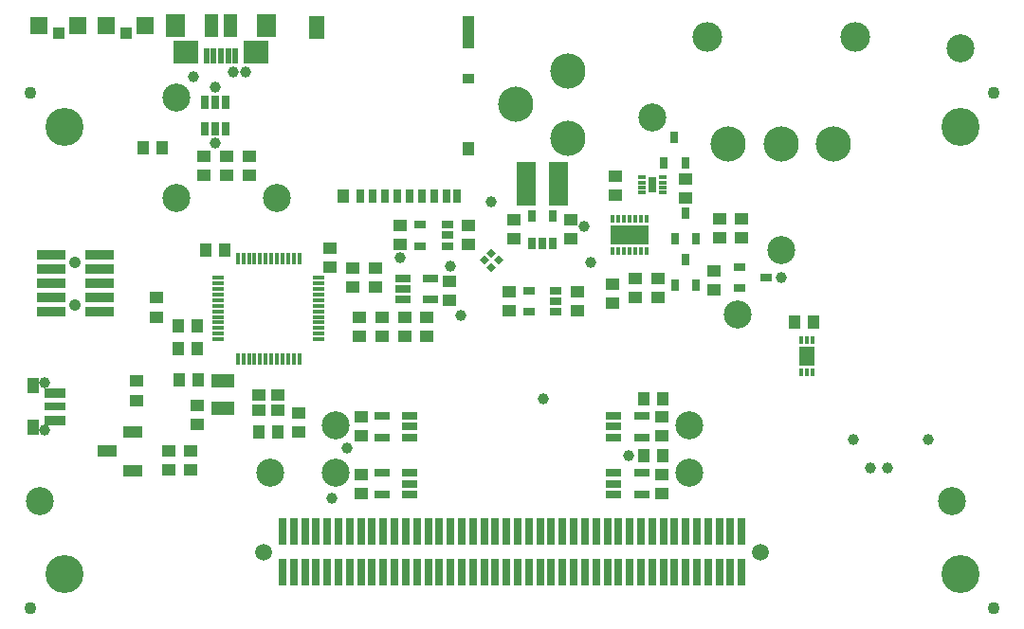
<source format=gts>
G75*
G70*
%OFA0B0*%
%FSLAX24Y24*%
%IPPOS*%
%LPD*%
%AMOC8*
5,1,8,0,0,1.08239X$1,22.5*
%
%ADD10R,0.0552X0.0257*%
%ADD11R,0.0119X0.0434*%
%ADD12R,0.0434X0.0119*%
%ADD13R,0.0473X0.0434*%
%ADD14R,0.0434X0.0473*%
%ADD15R,0.0631X0.0631*%
%ADD16R,0.0394X0.0394*%
%ADD17R,0.0788X0.0473*%
%ADD18R,0.0512X0.0434*%
%ADD19C,0.0985*%
%ADD20R,0.0197X0.0571*%
%ADD21R,0.0670X0.0788*%
%ADD22R,0.0867X0.0827*%
%ADD23R,0.0512X0.0788*%
%ADD24R,0.0316X0.0512*%
%ADD25R,0.0434X0.0512*%
%ADD26R,0.0434X0.0355*%
%ADD27R,0.0434X0.1142*%
%ADD28R,0.0552X0.0788*%
%ADD29R,0.0316X0.0138*%
%ADD30R,0.0292X0.0579*%
%ADD31R,0.0138X0.0316*%
%ADD32R,0.1339X0.0709*%
%ADD33R,0.0434X0.0257*%
%ADD34R,0.0233X0.0233*%
%ADD35R,0.0257X0.0434*%
%ADD36R,0.0571X0.0690*%
%ADD37R,0.0276X0.0512*%
%ADD38R,0.1040X0.0340*%
%ADD39C,0.0410*%
%ADD40C,0.1339*%
%ADD41R,0.0670X0.1575*%
%ADD42C,0.1240*%
%ADD43C,0.1045*%
%ADD44C,0.0434*%
%ADD45R,0.0276X0.0946*%
%ADD46C,0.0591*%
%ADD47R,0.0749X0.0335*%
%ADD48R,0.0749X0.0276*%
%ADD49R,0.0394X0.0552*%
%ADD50C,0.0394*%
%ADD51R,0.0670X0.0434*%
D10*
X013741Y004943D03*
X013741Y005691D03*
X014725Y005691D03*
X014725Y005317D03*
X014725Y004943D03*
X014725Y006951D03*
X014725Y007325D03*
X014725Y007699D03*
X013741Y007699D03*
X013741Y006951D03*
X014489Y011794D03*
X014489Y012168D03*
X014489Y012542D03*
X015473Y012542D03*
X015473Y011794D03*
X021891Y007699D03*
X021891Y007325D03*
X021891Y006951D03*
X022875Y006951D03*
X022875Y007699D03*
X022875Y005691D03*
X022875Y004943D03*
X021891Y004943D03*
X021891Y005317D03*
X021891Y005691D03*
D11*
X010847Y009707D03*
X010650Y009707D03*
X010454Y009707D03*
X010257Y009707D03*
X010060Y009707D03*
X009863Y009707D03*
X009666Y009707D03*
X009469Y009707D03*
X009272Y009707D03*
X009076Y009707D03*
X008879Y009707D03*
X008682Y009707D03*
X008682Y013251D03*
X008879Y013251D03*
X009076Y013251D03*
X009272Y013251D03*
X009469Y013251D03*
X009666Y013251D03*
X009863Y013251D03*
X010060Y013251D03*
X010257Y013251D03*
X010454Y013251D03*
X010650Y013251D03*
X010847Y013251D03*
D12*
X011536Y012562D03*
X011536Y012365D03*
X011536Y012168D03*
X011536Y011971D03*
X011536Y011774D03*
X011536Y011577D03*
X011536Y011380D03*
X011536Y011184D03*
X011536Y010987D03*
X011536Y010790D03*
X011536Y010593D03*
X011536Y010396D03*
X007993Y010396D03*
X007993Y010593D03*
X007993Y010790D03*
X007993Y010987D03*
X007993Y011184D03*
X007993Y011380D03*
X007993Y011577D03*
X007993Y011774D03*
X007993Y011971D03*
X007993Y012168D03*
X007993Y012365D03*
X007993Y012562D03*
D13*
X005808Y011853D03*
X005808Y011184D03*
X005139Y008920D03*
X005139Y008251D03*
X007245Y008073D03*
X007245Y007404D03*
X007028Y006479D03*
X007028Y005810D03*
X006241Y005810D03*
X006241Y006479D03*
X010828Y007148D03*
X010828Y007817D03*
X013013Y007660D03*
X013013Y006991D03*
X013013Y005652D03*
X013013Y004983D03*
X012973Y010495D03*
X012973Y011164D03*
X013761Y011164D03*
X014548Y011164D03*
X015335Y011164D03*
X016123Y011754D03*
X016123Y012424D03*
X016792Y013723D03*
X016792Y014392D03*
X018406Y014589D03*
X018406Y013920D03*
X020375Y013920D03*
X020375Y014589D03*
X021969Y015475D03*
X021969Y016144D03*
X024430Y016046D03*
X024430Y015377D03*
X025611Y014629D03*
X025611Y013959D03*
X026398Y013959D03*
X026398Y014629D03*
X025414Y012798D03*
X025414Y012129D03*
X023446Y011873D03*
X022658Y011873D03*
X021871Y011676D03*
X021871Y012345D03*
X022658Y012542D03*
X023446Y012542D03*
X020611Y012069D03*
X020611Y011400D03*
X018209Y011400D03*
X018209Y012069D03*
X015335Y010495D03*
X014548Y010495D03*
X013761Y010495D03*
X013524Y012227D03*
X012737Y012227D03*
X012737Y012896D03*
X013524Y012896D03*
X014391Y013723D03*
X014391Y014392D03*
X011910Y013605D03*
X011910Y012936D03*
X009076Y016164D03*
X009076Y016833D03*
X008288Y016833D03*
X007501Y016833D03*
X007501Y016164D03*
X008288Y016164D03*
X023603Y007660D03*
X023603Y006991D03*
X023603Y005652D03*
X023603Y004983D03*
D14*
X023623Y006302D03*
X022954Y006302D03*
X022954Y008310D03*
X023623Y008310D03*
X028249Y010987D03*
X028918Y010987D03*
X010080Y007148D03*
X009410Y007148D03*
X007304Y008959D03*
X006635Y008959D03*
X006576Y010081D03*
X007245Y010081D03*
X007245Y010869D03*
X006576Y010869D03*
X007560Y013546D03*
X008229Y013546D03*
X006024Y017129D03*
X005355Y017129D03*
D15*
X005434Y021420D03*
X004056Y021420D03*
X003072Y021420D03*
X001694Y021420D03*
D16*
X002383Y021164D03*
X004745Y021164D03*
D17*
X008150Y008940D03*
X008150Y007955D03*
D18*
X009410Y007916D03*
X010080Y007916D03*
X010080Y008428D03*
X009410Y008428D03*
D19*
X012107Y007365D03*
X012107Y005711D03*
X009824Y005711D03*
X001713Y004688D03*
X006517Y015357D03*
X010060Y015357D03*
X006517Y018900D03*
X023249Y018211D03*
X027776Y013546D03*
X026241Y011262D03*
X024548Y007365D03*
X024548Y005711D03*
X033800Y004688D03*
X034076Y020632D03*
D20*
X008603Y020367D03*
X008347Y020367D03*
X008091Y020367D03*
X007835Y020367D03*
X007580Y020367D03*
D21*
X006477Y021420D03*
X009706Y021420D03*
D22*
X009312Y020495D03*
X006871Y020495D03*
D23*
X007757Y021420D03*
X008426Y021420D03*
D24*
X012997Y015420D03*
X013430Y015420D03*
X013863Y015420D03*
X014296Y015420D03*
X014729Y015420D03*
X015162Y015420D03*
X015595Y015420D03*
X016028Y015420D03*
X016402Y015420D03*
D25*
X016776Y017113D03*
X012387Y015420D03*
D26*
X016776Y019554D03*
D27*
X016776Y021188D03*
D28*
X011461Y021365D03*
D29*
X022885Y016095D03*
X022885Y015918D03*
X022885Y015741D03*
X022885Y015564D03*
X023613Y015564D03*
X023613Y015741D03*
X023613Y015918D03*
X023613Y016095D03*
D30*
X023249Y015829D03*
D31*
X023052Y014629D03*
X022855Y014629D03*
X022658Y014629D03*
X022461Y014629D03*
X022265Y014629D03*
X022068Y014629D03*
X021871Y014629D03*
X021871Y013487D03*
X022068Y013487D03*
X022265Y013487D03*
X022461Y013487D03*
X022658Y013487D03*
X022855Y013487D03*
X023052Y013487D03*
X028485Y010367D03*
X028682Y010367D03*
X028879Y010367D03*
X028879Y009245D03*
X028682Y009245D03*
X028485Y009245D03*
D32*
X022461Y014058D03*
D33*
X019863Y012109D03*
X019863Y011735D03*
X019863Y011361D03*
X018918Y011361D03*
X018918Y012109D03*
X016044Y013684D03*
X016044Y014058D03*
X016044Y014432D03*
X015099Y014432D03*
X015099Y013684D03*
X026339Y012936D03*
X026339Y012188D03*
X027245Y012562D03*
D34*
G36*
X017853Y013027D02*
X017689Y013191D01*
X017853Y013355D01*
X018017Y013191D01*
X017853Y013027D01*
G37*
G36*
X017599Y012774D02*
X017435Y012938D01*
X017599Y013102D01*
X017763Y012938D01*
X017599Y012774D01*
G37*
G36*
X017346Y013027D02*
X017182Y013191D01*
X017346Y013355D01*
X017510Y013191D01*
X017346Y013027D01*
G37*
G36*
X017599Y013281D02*
X017435Y013445D01*
X017599Y013609D01*
X017763Y013445D01*
X017599Y013281D01*
G37*
D35*
X019017Y013782D03*
X019391Y013782D03*
X019765Y013782D03*
X019765Y014727D03*
X019017Y014727D03*
X023662Y016597D03*
X024410Y016597D03*
X024036Y017503D03*
X024430Y014825D03*
X024804Y013920D03*
X024056Y013920D03*
X024430Y013211D03*
X024804Y012306D03*
X024056Y012306D03*
D36*
X028682Y009806D03*
D37*
X008269Y017817D03*
X007894Y017817D03*
X007520Y017817D03*
X007520Y018723D03*
X007894Y018723D03*
X008269Y018723D03*
D38*
X003808Y013365D03*
X003808Y012865D03*
X003808Y012365D03*
X003808Y011865D03*
X003808Y011365D03*
X002138Y011365D03*
X002138Y011865D03*
X002138Y012365D03*
X002138Y012865D03*
X002138Y013365D03*
D39*
X002973Y013115D03*
X002973Y011615D03*
D40*
X002580Y017877D03*
X002580Y002129D03*
X034076Y002129D03*
X034076Y017877D03*
D41*
X019961Y015869D03*
X018820Y015869D03*
D42*
X020296Y017483D03*
X018446Y018664D03*
X020296Y019845D03*
X025926Y017274D03*
X027776Y017274D03*
X029627Y017274D03*
D43*
X030375Y021026D03*
X025178Y021026D03*
D44*
X001398Y000947D03*
X001398Y019058D03*
X035257Y019058D03*
X035257Y000947D03*
D45*
X026398Y002188D03*
X026005Y002188D03*
X025611Y002188D03*
X025217Y002188D03*
X024824Y002188D03*
X024430Y002188D03*
X024036Y002188D03*
X023643Y002188D03*
X023249Y002188D03*
X022855Y002188D03*
X022461Y002188D03*
X022068Y002188D03*
X021674Y002188D03*
X021280Y002188D03*
X020887Y002188D03*
X020493Y002188D03*
X020099Y002188D03*
X019706Y002188D03*
X019312Y002188D03*
X018918Y002188D03*
X018524Y002188D03*
X018131Y002188D03*
X017737Y002188D03*
X017343Y002188D03*
X016950Y002188D03*
X016556Y002188D03*
X016162Y002188D03*
X015769Y002188D03*
X015375Y002188D03*
X014981Y002188D03*
X014587Y002188D03*
X014194Y002188D03*
X013800Y002188D03*
X013406Y002188D03*
X013013Y002188D03*
X012619Y002188D03*
X012225Y002188D03*
X011831Y002188D03*
X011438Y002188D03*
X011044Y002188D03*
X010650Y002188D03*
X010257Y002188D03*
X010257Y003644D03*
X010650Y003644D03*
X011044Y003644D03*
X011438Y003644D03*
X011831Y003644D03*
X012225Y003644D03*
X012619Y003644D03*
X013013Y003644D03*
X013406Y003644D03*
X013800Y003644D03*
X014194Y003644D03*
X014587Y003644D03*
X014981Y003644D03*
X015375Y003644D03*
X015769Y003644D03*
X016162Y003644D03*
X016556Y003644D03*
X016950Y003644D03*
X017343Y003644D03*
X017737Y003644D03*
X018131Y003644D03*
X018524Y003644D03*
X018918Y003644D03*
X019312Y003644D03*
X019706Y003644D03*
X020099Y003644D03*
X020493Y003644D03*
X020887Y003644D03*
X021280Y003644D03*
X021674Y003644D03*
X022068Y003644D03*
X022461Y003644D03*
X022855Y003644D03*
X023249Y003644D03*
X023643Y003644D03*
X024036Y003644D03*
X024430Y003644D03*
X024824Y003644D03*
X025217Y003644D03*
X025611Y003644D03*
X026005Y003644D03*
X026398Y003644D03*
D46*
X027068Y002916D03*
X009587Y002916D03*
D47*
X002245Y007552D03*
X002245Y008516D03*
D48*
X002245Y008034D03*
D49*
X001477Y007306D03*
X001477Y008762D03*
D50*
X001891Y008871D03*
X001891Y007197D03*
X011989Y004806D03*
X012540Y006577D03*
X016517Y011223D03*
X016162Y012955D03*
X014391Y013270D03*
X017599Y015239D03*
X020847Y014373D03*
X021083Y013113D03*
X027776Y012562D03*
X019430Y008310D03*
X022422Y006302D03*
X030335Y006853D03*
X030926Y005869D03*
X031517Y005869D03*
X032973Y006853D03*
X008957Y019806D03*
X008524Y019806D03*
X007894Y019254D03*
X007107Y019648D03*
X007894Y017286D03*
D51*
X005001Y007148D03*
X004095Y006459D03*
X005001Y005770D03*
M02*

</source>
